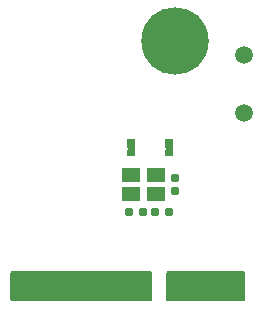
<source format=gbs>
%TF.GenerationSoftware,KiCad,Pcbnew,8.0.8*%
%TF.CreationDate,2025-02-14T18:20:32-05:00*%
%TF.ProjectId,caravel-M.2-card-QFN,63617261-7665-46c2-9d4d-2e322d636172,1*%
%TF.SameCoordinates,Original*%
%TF.FileFunction,Soldermask,Bot*%
%TF.FilePolarity,Negative*%
%FSLAX46Y46*%
G04 Gerber Fmt 4.6, Leading zero omitted, Abs format (unit mm)*
G04 Created by KiCad (PCBNEW 8.0.8) date 2025-02-14 18:20:32*
%MOMM*%
%LPD*%
G01*
G04 APERTURE LIST*
G04 Aperture macros list*
%AMRoundRect*
0 Rectangle with rounded corners*
0 $1 Rounding radius*
0 $2 $3 $4 $5 $6 $7 $8 $9 X,Y pos of 4 corners*
0 Add a 4 corners polygon primitive as box body*
4,1,4,$2,$3,$4,$5,$6,$7,$8,$9,$2,$3,0*
0 Add four circle primitives for the rounded corners*
1,1,$1+$1,$2,$3*
1,1,$1+$1,$4,$5*
1,1,$1+$1,$6,$7*
1,1,$1+$1,$8,$9*
0 Add four rect primitives between the rounded corners*
20,1,$1+$1,$2,$3,$4,$5,0*
20,1,$1+$1,$4,$5,$6,$7,0*
20,1,$1+$1,$6,$7,$8,$9,0*
20,1,$1+$1,$8,$9,$2,$3,0*%
%AMFreePoly0*
4,1,6,0.300000,0.000000,0.400000,-0.300000,-0.300000,-0.300000,-0.300000,0.300000,0.400000,0.300000,0.300000,0.000000,0.300000,0.000000,$1*%
%AMFreePoly1*
4,1,6,0.250000,-0.300000,-0.250000,-0.300000,-0.350000,0.000000,-0.250000,0.300000,0.250000,0.300000,0.250000,-0.300000,0.250000,-0.300000,$1*%
G04 Aperture macros list end*
%ADD10R,1.600000X1.250000*%
%ADD11FreePoly0,270.000000*%
%ADD12FreePoly1,270.000000*%
%ADD13R,0.350000X1.950000*%
%ADD14C,5.703200*%
%ADD15C,1.500000*%
%ADD16RoundRect,0.155000X-0.155000X0.212500X-0.155000X-0.212500X0.155000X-0.212500X0.155000X0.212500X0*%
%ADD17RoundRect,0.155000X-0.212500X-0.155000X0.212500X-0.155000X0.212500X0.155000X-0.212500X0.155000X0*%
%ADD18RoundRect,0.160000X0.197500X0.160000X-0.197500X0.160000X-0.197500X-0.160000X0.197500X-0.160000X0*%
G04 APERTURE END LIST*
G36*
X76638729Y-28803049D02*
G01*
X77238729Y-28803049D01*
X77238729Y-30203049D01*
X76638729Y-30203049D01*
X76638729Y-28803049D01*
G37*
G36*
X73438729Y-28803049D02*
G01*
X74038729Y-28803049D01*
X74038729Y-30203049D01*
X73438729Y-30203049D01*
X73438729Y-28803049D01*
G37*
D10*
X73738729Y-33453049D03*
X75838729Y-33453049D03*
X75838729Y-31853049D03*
X73738729Y-31853049D03*
D11*
X76938729Y-29103049D03*
D12*
X76938729Y-29953049D03*
X73738729Y-29953049D03*
D11*
X73738729Y-29103049D03*
D13*
X82499220Y-40976000D03*
X81998840Y-40976000D03*
X81498460Y-40976000D03*
X80998080Y-40976000D03*
X80497700Y-40976000D03*
X79999860Y-40976000D03*
X79499480Y-40976000D03*
X78999100Y-40976000D03*
X78498720Y-40976000D03*
X77998340Y-40976000D03*
X77497960Y-40976000D03*
X74998600Y-40976000D03*
X74498220Y-40976000D03*
X73997840Y-40976000D03*
X73500000Y-40976000D03*
X73002160Y-40976000D03*
X72501780Y-40976000D03*
X72001400Y-40976000D03*
X71501020Y-40976000D03*
X71000640Y-40976000D03*
X70500260Y-40976000D03*
X70002420Y-40976000D03*
X69502040Y-40976000D03*
X69001660Y-40976000D03*
X68501280Y-40976000D03*
X68000900Y-40976000D03*
X67500520Y-40976000D03*
X67000140Y-40976000D03*
X66502300Y-40976000D03*
X66001920Y-40976000D03*
X65501540Y-40976000D03*
X65001160Y-40976000D03*
X64500780Y-40976000D03*
D14*
X77450000Y-20500000D03*
D15*
X83238729Y-26583049D03*
X83238729Y-21703049D03*
D16*
X77438729Y-32085549D03*
X77438729Y-33220549D03*
D17*
X74706229Y-34953049D03*
X73571229Y-34953049D03*
D18*
X75741229Y-34953049D03*
X76936229Y-34953049D03*
G36*
X83343039Y-40022734D02*
G01*
X83388794Y-40075538D01*
X83400000Y-40127049D01*
X83400000Y-42376000D01*
X83380315Y-42443039D01*
X83327511Y-42488794D01*
X83276000Y-42500000D01*
X76824000Y-42500000D01*
X76756961Y-42480315D01*
X76711206Y-42427511D01*
X76700000Y-42376000D01*
X76700000Y-40127049D01*
X76719685Y-40060010D01*
X76772489Y-40014255D01*
X76824000Y-40003049D01*
X83276000Y-40003049D01*
X83343039Y-40022734D01*
G37*
G36*
X75443039Y-40022734D02*
G01*
X75488794Y-40075538D01*
X75500000Y-40127049D01*
X75500000Y-42376000D01*
X75480315Y-42443039D01*
X75427511Y-42488794D01*
X75376000Y-42500000D01*
X63624000Y-42500000D01*
X63556961Y-42480315D01*
X63511206Y-42427511D01*
X63500000Y-42376000D01*
X63500000Y-40127049D01*
X63519685Y-40060010D01*
X63572489Y-40014255D01*
X63624000Y-40003049D01*
X75376000Y-40003049D01*
X75443039Y-40022734D01*
G37*
M02*

</source>
